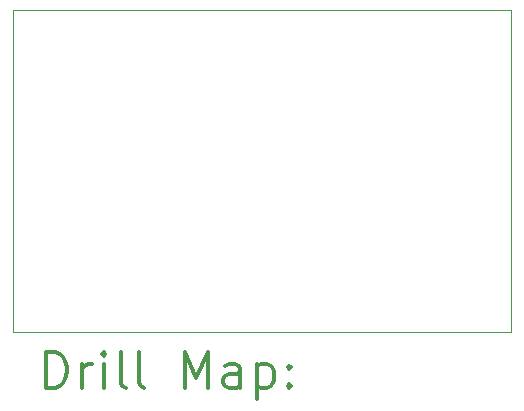
<source format=gbr>
%FSLAX45Y45*%
G04 Gerber Fmt 4.5, Leading zero omitted, Abs format (unit mm)*
G04 Created by KiCad (PCBNEW (5.1.9)-1) date 2021-04-25 21:03:44*
%MOMM*%
%LPD*%
G01*
G04 APERTURE LIST*
%TA.AperFunction,Profile*%
%ADD10C,0.050000*%
%TD*%
%ADD11C,0.200000*%
%ADD12C,0.300000*%
G04 APERTURE END LIST*
D10*
X13474700Y-12075160D02*
X9253220Y-12075160D01*
X9253220Y-9347200D02*
X9253220Y-12075160D01*
X13474700Y-9347200D02*
X9253220Y-9347200D01*
X13474700Y-12075160D02*
X13474700Y-9347200D01*
D11*
D12*
X9537148Y-12543374D02*
X9537148Y-12243374D01*
X9608577Y-12243374D01*
X9651434Y-12257660D01*
X9680006Y-12286231D01*
X9694291Y-12314803D01*
X9708577Y-12371946D01*
X9708577Y-12414803D01*
X9694291Y-12471946D01*
X9680006Y-12500517D01*
X9651434Y-12529089D01*
X9608577Y-12543374D01*
X9537148Y-12543374D01*
X9837148Y-12543374D02*
X9837148Y-12343374D01*
X9837148Y-12400517D02*
X9851434Y-12371946D01*
X9865720Y-12357660D01*
X9894291Y-12343374D01*
X9922863Y-12343374D01*
X10022863Y-12543374D02*
X10022863Y-12343374D01*
X10022863Y-12243374D02*
X10008577Y-12257660D01*
X10022863Y-12271946D01*
X10037148Y-12257660D01*
X10022863Y-12243374D01*
X10022863Y-12271946D01*
X10208577Y-12543374D02*
X10180006Y-12529089D01*
X10165720Y-12500517D01*
X10165720Y-12243374D01*
X10365720Y-12543374D02*
X10337148Y-12529089D01*
X10322863Y-12500517D01*
X10322863Y-12243374D01*
X10708577Y-12543374D02*
X10708577Y-12243374D01*
X10808577Y-12457660D01*
X10908577Y-12243374D01*
X10908577Y-12543374D01*
X11180006Y-12543374D02*
X11180006Y-12386231D01*
X11165720Y-12357660D01*
X11137148Y-12343374D01*
X11080006Y-12343374D01*
X11051434Y-12357660D01*
X11180006Y-12529089D02*
X11151434Y-12543374D01*
X11080006Y-12543374D01*
X11051434Y-12529089D01*
X11037148Y-12500517D01*
X11037148Y-12471946D01*
X11051434Y-12443374D01*
X11080006Y-12429089D01*
X11151434Y-12429089D01*
X11180006Y-12414803D01*
X11322863Y-12343374D02*
X11322863Y-12643374D01*
X11322863Y-12357660D02*
X11351434Y-12343374D01*
X11408577Y-12343374D01*
X11437148Y-12357660D01*
X11451434Y-12371946D01*
X11465720Y-12400517D01*
X11465720Y-12486231D01*
X11451434Y-12514803D01*
X11437148Y-12529089D01*
X11408577Y-12543374D01*
X11351434Y-12543374D01*
X11322863Y-12529089D01*
X11594291Y-12514803D02*
X11608577Y-12529089D01*
X11594291Y-12543374D01*
X11580006Y-12529089D01*
X11594291Y-12514803D01*
X11594291Y-12543374D01*
X11594291Y-12357660D02*
X11608577Y-12371946D01*
X11594291Y-12386231D01*
X11580006Y-12371946D01*
X11594291Y-12357660D01*
X11594291Y-12386231D01*
M02*

</source>
